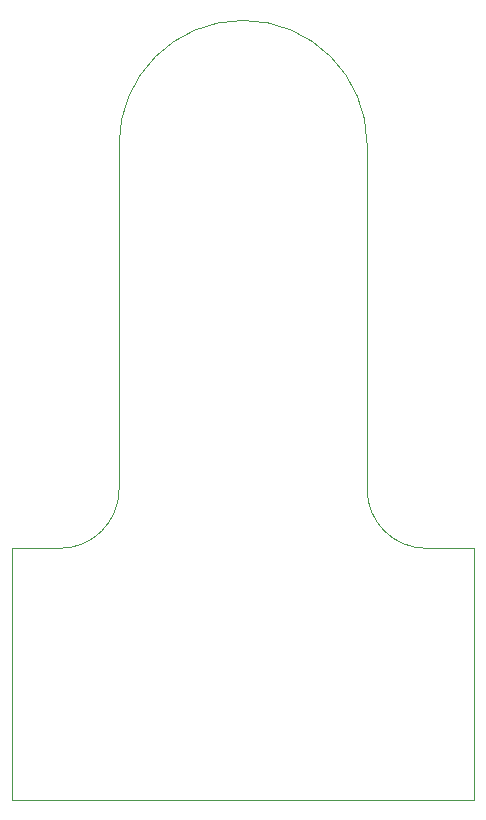
<source format=gbr>
%TF.GenerationSoftware,KiCad,Pcbnew,7.0.1*%
%TF.CreationDate,2024-10-11T19:42:49-04:00*%
%TF.ProjectId,PESTFlex,50455354-466c-4657-982e-6b696361645f,rev?*%
%TF.SameCoordinates,Original*%
%TF.FileFunction,Profile,NP*%
%FSLAX46Y46*%
G04 Gerber Fmt 4.6, Leading zero omitted, Abs format (unit mm)*
G04 Created by KiCad (PCBNEW 7.0.1) date 2024-10-11 19:42:49*
%MOMM*%
%LPD*%
G01*
G04 APERTURE LIST*
%TA.AperFunction,Profile*%
%ADD10C,0.100000*%
%TD*%
G04 APERTURE END LIST*
D10*
X50500000Y-27000000D02*
X50500000Y-56200000D01*
X50500000Y-27000000D02*
G75*
G03*
X29500000Y-27000000I-10500000J0D01*
G01*
X20450000Y-61200000D02*
X20450000Y-82500000D01*
X29500000Y-27000000D02*
X29500000Y-56200000D01*
X59550000Y-82500000D02*
X20450000Y-82500000D01*
X59550000Y-61200000D02*
X59550000Y-82500000D01*
X20450000Y-61200000D02*
X24500000Y-61200000D01*
X55500000Y-61200000D02*
X59550000Y-61200000D01*
X24500000Y-61200000D02*
G75*
G03*
X29500000Y-56200000I0J5000000D01*
G01*
X50500000Y-56200000D02*
G75*
G03*
X55500000Y-61200000I5000000J0D01*
G01*
M02*

</source>
